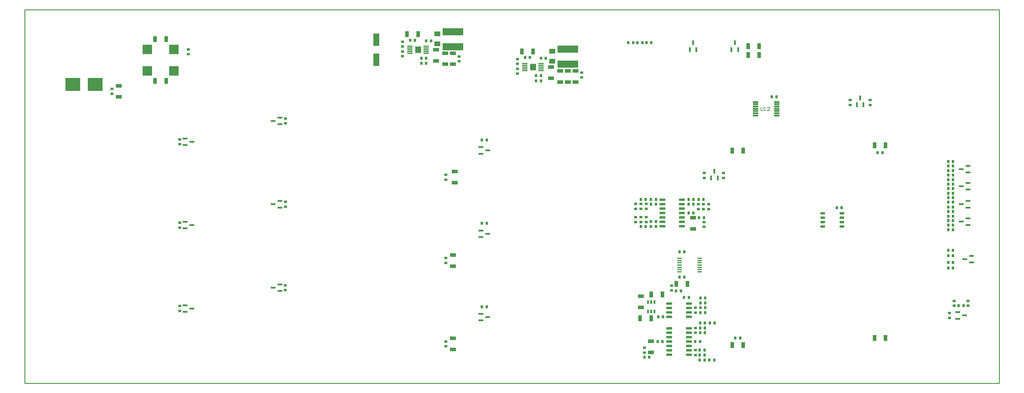
<source format=gtp>
G04 Layer_Color=10723209*
%FSLAX43Y43*%
%MOMM*%
G71*
G01*
G75*
%ADD10R,2.700X2.700*%
%ADD11O,1.400X0.350*%
%ADD12R,6.000X2.000*%
%ADD13R,0.600X1.000*%
%ADD14R,1.350X0.600*%
%ADD15O,1.450X0.650*%
%ADD16R,1.800X1.340*%
%ADD17R,0.900X0.800*%
G04:AMPARAMS|DCode=18|XSize=0.45mm|YSize=1.6mm|CornerRadius=0.05mm|HoleSize=0mm|Usage=FLASHONLY|Rotation=90.000|XOffset=0mm|YOffset=0mm|HoleType=Round|Shape=RoundedRectangle|*
%AMROUNDEDRECTD18*
21,1,0.450,1.501,0,0,90.0*
21,1,0.351,1.600,0,0,90.0*
1,1,0.099,0.750,0.175*
1,1,0.099,0.750,-0.175*
1,1,0.099,-0.750,-0.175*
1,1,0.099,-0.750,0.175*
%
%ADD18ROUNDEDRECTD18*%
%ADD19R,4.240X3.810*%
%ADD20R,0.800X0.900*%
%ADD21R,1.800X3.550*%
G04:AMPARAMS|DCode=23|XSize=0.65mm|YSize=1.65mm|CornerRadius=0.049mm|HoleSize=0mm|Usage=FLASHONLY|Rotation=90.000|XOffset=0mm|YOffset=0mm|HoleType=Round|Shape=RoundedRectangle|*
%AMROUNDEDRECTD23*
21,1,0.650,1.552,0,0,90.0*
21,1,0.552,1.650,0,0,90.0*
1,1,0.098,0.776,0.276*
1,1,0.098,0.776,-0.276*
1,1,0.098,-0.776,-0.276*
1,1,0.098,-0.776,0.276*
%
%ADD23ROUNDEDRECTD23*%
%ADD24R,1.700X1.000*%
%ADD25R,1.000X1.700*%
G04:AMPARAMS|DCode=26|XSize=0.3mm|YSize=1.55mm|CornerRadius=0.05mm|HoleSize=0mm|Usage=FLASHONLY|Rotation=90.000|XOffset=0mm|YOffset=0mm|HoleType=Round|Shape=RoundedRectangle|*
%AMROUNDEDRECTD26*
21,1,0.300,1.451,0,0,90.0*
21,1,0.201,1.550,0,0,90.0*
1,1,0.099,0.726,0.101*
1,1,0.099,0.726,-0.101*
1,1,0.099,-0.726,-0.101*
1,1,0.099,-0.726,0.101*
%
%ADD26ROUNDEDRECTD26*%
G04:AMPARAMS|DCode=27|XSize=1.73mm|YSize=1.9mm|CornerRadius=0.052mm|HoleSize=0mm|Usage=FLASHONLY|Rotation=0.000|XOffset=0mm|YOffset=0mm|HoleType=Round|Shape=RoundedRectangle|*
%AMROUNDEDRECTD27*
21,1,1.730,1.796,0,0,0.0*
21,1,1.626,1.900,0,0,0.0*
1,1,0.104,0.813,-0.898*
1,1,0.104,-0.813,-0.898*
1,1,0.104,-0.813,0.898*
1,1,0.104,0.813,0.898*
%
%ADD27ROUNDEDRECTD27*%
%ADD28R,0.600X1.350*%
%ADD37C,0.254*%
%ADD38C,0.178*%
D10*
X35190Y96110D02*
D03*
X42810D02*
D03*
Y89890D02*
D03*
X35190D02*
D03*
D11*
X193875Y32050D02*
D03*
Y32700D02*
D03*
Y33350D02*
D03*
Y34000D02*
D03*
Y34650D02*
D03*
Y35300D02*
D03*
Y35950D02*
D03*
X188125Y32050D02*
D03*
Y32700D02*
D03*
Y33350D02*
D03*
Y34000D02*
D03*
Y34650D02*
D03*
Y35300D02*
D03*
Y35950D02*
D03*
D12*
X156000Y96150D02*
D03*
Y91850D02*
D03*
X123000Y101150D02*
D03*
Y96850D02*
D03*
D13*
X179050Y23375D02*
D03*
X180000D02*
D03*
X180950D02*
D03*
Y20625D02*
D03*
X180000D02*
D03*
X179050D02*
D03*
D14*
X268025Y20450D02*
D03*
Y18550D02*
D03*
X269975Y19500D02*
D03*
X132975Y67000D02*
D03*
X131025Y66050D02*
D03*
Y67950D02*
D03*
X132975Y43000D02*
D03*
X131025Y42050D02*
D03*
Y43950D02*
D03*
X132975Y19000D02*
D03*
X131025Y18050D02*
D03*
Y19950D02*
D03*
X47975Y69500D02*
D03*
X46025Y68550D02*
D03*
Y70450D02*
D03*
X71325Y75500D02*
D03*
X73275Y76450D02*
D03*
Y74550D02*
D03*
X47975Y45500D02*
D03*
X46025Y44550D02*
D03*
Y46450D02*
D03*
X71325Y51500D02*
D03*
X73275Y52450D02*
D03*
Y50550D02*
D03*
X47975Y21500D02*
D03*
X46025Y20550D02*
D03*
Y22450D02*
D03*
X71325Y27500D02*
D03*
X73275Y28450D02*
D03*
Y26550D02*
D03*
X269025Y61600D02*
D03*
X270975Y62550D02*
D03*
Y60650D02*
D03*
X269025Y56700D02*
D03*
X270975Y57650D02*
D03*
Y55750D02*
D03*
X269025Y51500D02*
D03*
X270975Y52450D02*
D03*
Y50550D02*
D03*
X269025Y46500D02*
D03*
X270975Y47450D02*
D03*
Y45550D02*
D03*
X271975Y34750D02*
D03*
Y36650D02*
D03*
X270025Y35700D02*
D03*
D15*
X229275Y48905D02*
D03*
Y47635D02*
D03*
Y46365D02*
D03*
Y45095D02*
D03*
X234725Y48905D02*
D03*
Y47635D02*
D03*
Y46365D02*
D03*
Y45095D02*
D03*
D16*
X151500Y92670D02*
D03*
Y95530D02*
D03*
X118500Y97670D02*
D03*
Y100530D02*
D03*
D17*
X265700Y20200D02*
D03*
Y18800D02*
D03*
X267000Y22300D02*
D03*
Y23700D02*
D03*
X44500Y70200D02*
D03*
Y68800D02*
D03*
X74900Y74800D02*
D03*
Y76200D02*
D03*
X237100Y81500D02*
D03*
Y80100D02*
D03*
X44500Y46200D02*
D03*
Y44800D02*
D03*
X74900Y50800D02*
D03*
Y52200D02*
D03*
X242900Y81500D02*
D03*
Y80100D02*
D03*
X44500Y22200D02*
D03*
Y20800D02*
D03*
X74800Y26800D02*
D03*
Y28200D02*
D03*
X108500Y98300D02*
D03*
Y96900D02*
D03*
X141500Y93300D02*
D03*
Y91900D02*
D03*
X195000Y51500D02*
D03*
Y50100D02*
D03*
X196500D02*
D03*
Y51500D02*
D03*
X177000Y51600D02*
D03*
Y50200D02*
D03*
X175500D02*
D03*
Y51600D02*
D03*
X177000Y46400D02*
D03*
Y47800D02*
D03*
X175500D02*
D03*
Y46400D02*
D03*
X185800Y28100D02*
D03*
Y26700D02*
D03*
X108500Y95500D02*
D03*
Y94100D02*
D03*
X124750Y94050D02*
D03*
Y92650D02*
D03*
X141500Y89100D02*
D03*
Y90500D02*
D03*
X160000Y88000D02*
D03*
Y89400D02*
D03*
X47000Y94700D02*
D03*
Y96100D02*
D03*
X25000Y83300D02*
D03*
Y84700D02*
D03*
X200730Y60470D02*
D03*
Y59070D02*
D03*
X195230Y60470D02*
D03*
Y59070D02*
D03*
X195100Y45000D02*
D03*
Y46400D02*
D03*
X121000Y58600D02*
D03*
Y60000D02*
D03*
X193500Y51500D02*
D03*
Y50100D02*
D03*
X121000Y34600D02*
D03*
Y36000D02*
D03*
X178500Y51600D02*
D03*
Y50200D02*
D03*
X121000Y10600D02*
D03*
Y12000D02*
D03*
X178500Y46400D02*
D03*
Y47800D02*
D03*
X178000Y10200D02*
D03*
Y8800D02*
D03*
X192700Y9500D02*
D03*
Y8100D02*
D03*
Y20300D02*
D03*
Y21700D02*
D03*
Y14500D02*
D03*
Y15900D02*
D03*
X271000Y22300D02*
D03*
Y23700D02*
D03*
D18*
X209950Y80950D02*
D03*
Y80300D02*
D03*
Y79650D02*
D03*
Y79000D02*
D03*
Y78350D02*
D03*
Y77700D02*
D03*
Y77050D02*
D03*
X216050Y80950D02*
D03*
Y80300D02*
D03*
Y79650D02*
D03*
Y79000D02*
D03*
Y78350D02*
D03*
Y77700D02*
D03*
Y77050D02*
D03*
D19*
X13815Y86000D02*
D03*
X20185D02*
D03*
D20*
X269700Y22300D02*
D03*
X268300D02*
D03*
X265300Y44200D02*
D03*
X266700D02*
D03*
X265300Y48100D02*
D03*
X266700D02*
D03*
X265300Y49400D02*
D03*
X266700D02*
D03*
X265300Y53400D02*
D03*
X266700D02*
D03*
X265300Y54700D02*
D03*
X266700D02*
D03*
X265300Y58600D02*
D03*
X266700D02*
D03*
X265300Y59900D02*
D03*
X266700D02*
D03*
X265300Y63800D02*
D03*
X266700D02*
D03*
Y62500D02*
D03*
X265300D02*
D03*
X266700Y61200D02*
D03*
X265300D02*
D03*
X266700Y57300D02*
D03*
X265300D02*
D03*
X266700Y56000D02*
D03*
X265300D02*
D03*
X195300Y9500D02*
D03*
X193900D02*
D03*
Y6700D02*
D03*
X195300D02*
D03*
Y8100D02*
D03*
X193900D02*
D03*
X189400Y24700D02*
D03*
X190800D02*
D03*
X182000Y19100D02*
D03*
X183400D02*
D03*
X194000Y12000D02*
D03*
X192600D02*
D03*
X178600Y98000D02*
D03*
X180000D02*
D03*
X177400D02*
D03*
X176000D02*
D03*
X266700Y52100D02*
D03*
X265300D02*
D03*
X266700Y50700D02*
D03*
X265300D02*
D03*
X266700Y46800D02*
D03*
X265300D02*
D03*
X266700Y45500D02*
D03*
X265300D02*
D03*
X113900Y93500D02*
D03*
X115300D02*
D03*
Y92100D02*
D03*
X113900D02*
D03*
X146900Y88500D02*
D03*
X148300D02*
D03*
Y87000D02*
D03*
X146900D02*
D03*
X132700Y70000D02*
D03*
X131300D02*
D03*
X192100Y51500D02*
D03*
X190700D02*
D03*
Y52900D02*
D03*
X192100D02*
D03*
X132700Y46000D02*
D03*
X131300D02*
D03*
X179900Y51500D02*
D03*
X181300D02*
D03*
Y52900D02*
D03*
X179900D02*
D03*
X132700Y22000D02*
D03*
X131300D02*
D03*
X179900Y46500D02*
D03*
X181300D02*
D03*
Y45100D02*
D03*
X179900D02*
D03*
X195500Y20300D02*
D03*
X194100D02*
D03*
Y24500D02*
D03*
X195500D02*
D03*
Y21700D02*
D03*
X194100D02*
D03*
X195400Y14500D02*
D03*
X194000D02*
D03*
X195400Y15900D02*
D03*
X194000D02*
D03*
Y17300D02*
D03*
X195400D02*
D03*
X193700Y47600D02*
D03*
X195100D02*
D03*
X179400Y7500D02*
D03*
X178000D02*
D03*
X214600Y82400D02*
D03*
X216000D02*
D03*
X174800Y98000D02*
D03*
X173400D02*
D03*
X110700Y98700D02*
D03*
X112100D02*
D03*
X116700Y98500D02*
D03*
X115300D02*
D03*
X145100Y93800D02*
D03*
X143700D02*
D03*
X149700Y93500D02*
D03*
X148300D02*
D03*
X233300Y50500D02*
D03*
X234700D02*
D03*
X246430Y66370D02*
D03*
X245030D02*
D03*
X204130Y12970D02*
D03*
X205530D02*
D03*
X192100Y49000D02*
D03*
X190700D02*
D03*
X189500Y30500D02*
D03*
X188100D02*
D03*
X188500Y26600D02*
D03*
X187100D02*
D03*
X193600Y52900D02*
D03*
X195000D02*
D03*
X178400D02*
D03*
X177000D02*
D03*
X189500Y37800D02*
D03*
X188100D02*
D03*
X178400Y45100D02*
D03*
X177000D02*
D03*
X181800Y12000D02*
D03*
X183200D02*
D03*
X196700Y6700D02*
D03*
X198100D02*
D03*
X195500Y23100D02*
D03*
X194100D02*
D03*
X198200Y17300D02*
D03*
X196800D02*
D03*
X265300Y38200D02*
D03*
X266700D02*
D03*
X265300Y33200D02*
D03*
X266700D02*
D03*
X265300Y36700D02*
D03*
X266700D02*
D03*
Y34800D02*
D03*
X265300D02*
D03*
D21*
X101000Y98875D02*
D03*
Y93125D02*
D03*
D23*
X185175Y15810D02*
D03*
Y14540D02*
D03*
Y13270D02*
D03*
Y12000D02*
D03*
Y10730D02*
D03*
Y9460D02*
D03*
Y8190D02*
D03*
X190825Y15810D02*
D03*
Y14540D02*
D03*
Y13270D02*
D03*
Y12000D02*
D03*
Y10730D02*
D03*
Y9460D02*
D03*
Y8190D02*
D03*
X185175Y22905D02*
D03*
Y21635D02*
D03*
Y20365D02*
D03*
Y19095D02*
D03*
X190825Y22905D02*
D03*
Y21635D02*
D03*
Y20365D02*
D03*
Y19095D02*
D03*
X188825Y45190D02*
D03*
Y46460D02*
D03*
Y47730D02*
D03*
Y49000D02*
D03*
Y50270D02*
D03*
Y51540D02*
D03*
Y52810D02*
D03*
X183175Y45190D02*
D03*
Y46460D02*
D03*
Y47730D02*
D03*
Y49000D02*
D03*
Y50270D02*
D03*
Y51540D02*
D03*
Y52810D02*
D03*
D24*
X179900Y8900D02*
D03*
Y12100D02*
D03*
X177000Y25000D02*
D03*
Y21800D02*
D03*
X118200Y96000D02*
D03*
Y92800D02*
D03*
X151200Y91000D02*
D03*
Y87800D02*
D03*
X123000Y95000D02*
D03*
Y91800D02*
D03*
X120800Y95000D02*
D03*
Y91800D02*
D03*
X158200Y89900D02*
D03*
Y86700D02*
D03*
X156000Y89900D02*
D03*
Y86700D02*
D03*
X153800Y89900D02*
D03*
Y86700D02*
D03*
X27000Y85600D02*
D03*
Y82400D02*
D03*
X192000Y47600D02*
D03*
Y44400D02*
D03*
X123500Y60900D02*
D03*
Y57700D02*
D03*
X123000Y36900D02*
D03*
Y33700D02*
D03*
Y12900D02*
D03*
Y9700D02*
D03*
D25*
X40600Y99000D02*
D03*
X37400D02*
D03*
X180000Y18700D02*
D03*
X176800D02*
D03*
X180000Y25500D02*
D03*
X183200D02*
D03*
X211000Y97000D02*
D03*
X207800D02*
D03*
X211000Y94500D02*
D03*
X207800D02*
D03*
X40600Y87000D02*
D03*
X37400D02*
D03*
X109800Y100500D02*
D03*
X113000D02*
D03*
X142800Y95500D02*
D03*
X146000D02*
D03*
X203230Y66970D02*
D03*
X206430D02*
D03*
X247330Y12970D02*
D03*
X244130D02*
D03*
Y68470D02*
D03*
X247330D02*
D03*
X206430Y10970D02*
D03*
X203230D02*
D03*
X187200Y28600D02*
D03*
X190400D02*
D03*
D26*
X148325Y92000D02*
D03*
X143675D02*
D03*
Y91500D02*
D03*
Y91000D02*
D03*
Y90500D02*
D03*
Y90000D02*
D03*
X148325Y91500D02*
D03*
Y91000D02*
D03*
Y90500D02*
D03*
Y90000D02*
D03*
X115325Y97000D02*
D03*
X110675D02*
D03*
Y96500D02*
D03*
Y96000D02*
D03*
Y95500D02*
D03*
Y95000D02*
D03*
X115325Y96500D02*
D03*
Y96000D02*
D03*
Y95500D02*
D03*
Y95000D02*
D03*
D27*
X146000Y91000D02*
D03*
X113000Y96000D02*
D03*
D28*
X198130Y61045D02*
D03*
X199080Y59095D02*
D03*
X197180D02*
D03*
X204000Y97975D02*
D03*
X204950Y96025D02*
D03*
X203050D02*
D03*
X192000Y97975D02*
D03*
X192950Y96025D02*
D03*
X191050D02*
D03*
X240000Y82075D02*
D03*
X240950Y80125D02*
D03*
X239050D02*
D03*
D37*
X0Y0D02*
X280000D01*
Y107500D01*
X0D02*
X280000D01*
X0Y0D02*
Y107500D01*
D38*
X211476Y79508D02*
Y78661D01*
X211645Y78492D01*
X211984D01*
X212153Y78661D01*
Y79508D01*
X212492Y78492D02*
X212830D01*
X212661D01*
Y79508D01*
X212492Y79338D01*
X214015Y78492D02*
X213338D01*
X214015Y79169D01*
Y79338D01*
X213846Y79508D01*
X213507D01*
X213338Y79338D01*
M02*

</source>
